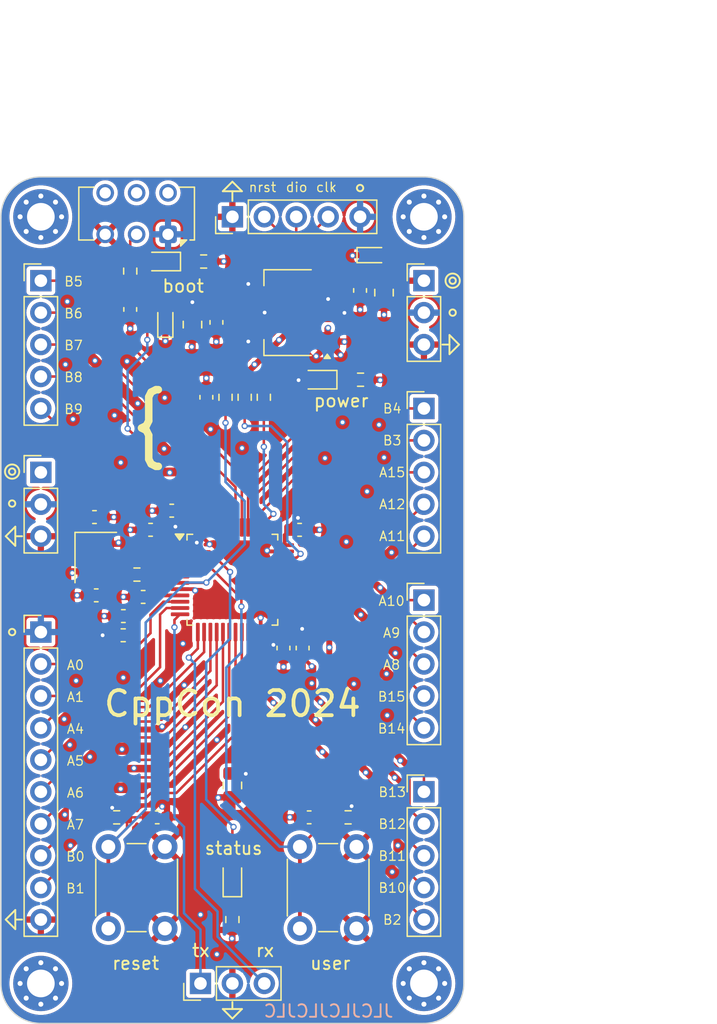
<source format=kicad_pcb>
(kicad_pcb (version 20221018) (generator pcbnew)
  (layers (0 "F.Cu" signal) (1 "In1.Cu" signal) (2 "In2.Cu" signal) (31 "B.Cu" signal) (34 "B.Paste" user) (35 "F.Paste" user) (36 "B.SilkS" user "B.Silkscreen") (37 "F.SilkS" user "F.Silkscreen") (38 "B.Mask" user) (39 "F.Mask" user) (44 "Edge.Cuts" user))
  (net 0 "")
  (net 1 "NRST")
  (net 2 "GND")
  (net 3 "USER_BTN")
  (net 4 "+5V")
  (net 5 "+3V3")
  (net 6 "+3.3VA")
  (net 7 "BOOT")
  (net 8 "HSE_IN")
  (net 9 "Net-(C12-Pad1)")
  (net 10 "Net-(D1-K)")
  (net 11 "Net-(D2-K)")
  (net 12 "STATUS_LED")
  (net 13 "Net-(D5-K)")
  (net 14 "Net-(D5-A)")
  (net 19 "Net-(J1-Pin_2)")
  (net 20 "Net-(J1-Pin_3)")
  (net 21 "Net-(J1-Pin_4)")
  (net 22 "USART1_TX")
  (net 23 "USART1_RX")
  (net 24 "PA0")
  (net 25 "PA1")
  (net 26 "PA4")
  (net 27 "PA5")
  (net 28 "PA6")
  (net 29 "PA7")
  (net 30 "PB0")
  (net 31 "PB1")
  (net 32 "PA8")
  (net 33 "PA9")
  (net 34 "PA10")
  (net 35 "PA11")
  (net 36 "PA12")
  (net 37 "PA15")
  (net 38 "PB2")
  (net 39 "PB3")
  (net 40 "PB4")
  (net 41 "PB5")
  (net 42 "PB6")
  (net 43 "PB7")
  (net 44 "PB8")
  (net 45 "PB9")
  (net 46 "PB10")
  (net 47 "PB11")
  (net 48 "PB12")
  (net 49 "PB13")
  (net 50 "PB14")
  (net 51 "PB15")
  (net 52 "SWCLK")
  (net 53 "SWDIO")
  (net 54 "HSE_OUT")
  (footprint "Resistor_SMD:R_0603_1608Metric" (layer "F.Cu") (at 148.691 127.762)
    (fp_text reference "R4" hide)
    (fp_text value "10k" hide)
  )
  (footprint "Connector_PinHeader_2.54mm:PinHeader_1x03_P2.54mm_Vertical" (layer "F.Cu") (at 124.244 100.33)
    (fp_text reference "J8" hide)
    (fp_text value "power_0" hide)
  )
  (footprint "Connector_PinHeader_2.54mm:PinHeader_1x03_P2.54mm_Vertical" (layer "F.Cu") (at 136.944 140.97 90)
    (fp_text reference "J2" hide)
    (fp_text value "serial" hide)
  )
  (footprint "Capacitor_SMD:C_0805_2012Metric" (layer "F.Cu") (at 151.549 86.04 -90)
    (fp_text reference "C3" hide)
    (fp_text value "10u" hide)
  )
  (footprint "Capacitor_SMD:C_0603_1608Metric" (layer "F.Cu") (at 128.651 110.109 180)
    (fp_text reference "C12" hide)
    (fp_text value "12p" hide)
  )
  (footprint "MountingHole:MountingHole_2.2mm_M2_Pad_Via" (layer "F.Cu") (at 154.724 80.01)
    (fp_text reference "H1" hide)
    (fp_text value "MountingHole_Pad" hide)
  )
  (footprint "Connector_PinHeader_2.54mm:PinHeader_1x10_P2.54mm_Vertical" (layer "F.Cu") (at 124.244 113.03)
    (fp_text reference "J3" hide)
    (fp_text value "analog" hide)
  )
  (footprint "Capacitor_SMD:C_0603_1608Metric" (layer "F.Cu") (at 128.511 103.886)
    (fp_text reference "C11" hide)
    (fp_text value "12p" hide)
  )
  (footprint "Capacitor_SMD:C_0603_1608Metric" (layer "F.Cu") (at 144.831 104.902)
    (fp_text reference "C17" hide)
    (fp_text value "100n" hide)
  )
  (footprint "Resistor_SMD:R_0603_1608Metric" (layer "F.Cu") (at 130.277 127.762)
    (fp_text reference "R1" hide)
    (fp_text value "10k" hide)
  )
  (footprint "Capacitor_SMD:C_0603_1608Metric" (layer "F.Cu") (at 137.414 94.361 90)
    (fp_text reference "C7" hide)
    (fp_text value "100n" hide)
  )
  (footprint "MountingHole:MountingHole_2.2mm_M2_Pad_Via" (layer "F.Cu") (at 124.244 80.01)
    (fp_text reference "H2" hide)
    (fp_text value "MountingHole_Pad" hide)
  )
  (footprint "Connector_PinHeader_2.54mm:PinHeader_1x05_P2.54mm_Vertical" (layer "F.Cu") (at 154.724 110.49)
    (fp_text reference "J4" hide)
    (fp_text value "digital_0" hide)
  )
  (footprint "Package_TO_SOT_SMD:SOT-223-3_TabPin2" (layer "F.Cu") (at 143.904 87.63 180)
    (fp_text reference "U2" hide)
    (fp_text value "AMS1117-3.3" hide)
  )
  (footprint "Capacitor_SMD:C_0603_1608Metric" (layer "F.Cu") (at 130.81 111.76 180)
    (fp_text reference "C8" hide)
    (fp_text value "1u" hide)
  )
  (footprint "Connector_PinHeader_2.54mm:PinHeader_1x03_P2.54mm_Vertical" (layer "F.Cu") (at 154.724 85.09)
    (fp_text reference "J9" hide)
    (fp_text value "power_1" hide)
  )
  (footprint "LED_SMD:LED_0603_1608Metric" (layer "F.Cu") (at 133.8705 83.566 180)
    (fp_text reference "D5" hide)
    (fp_text value "LED_green" hide)
  )
  (footprint "Diode_SMD:D_SOD-523" (layer "F.Cu") (at 134.15 88.33 90)
    (fp_text reference "D4" hide)
    (fp_text value "D_TVS_3V3" hide)
  )
  (footprint "Capacitor_SMD:C_0805_2012Metric" (layer "F.Cu") (at 139.484 125.222 -90)
    (fp_text reference "C18" hide)
    (fp_text value "10u" hide)
  )
  (footprint "LED_SMD:LED_0603_1608Metric" (layer "F.Cu") (at 139.484 132.588 90)
    (fp_text reference "D2" hide)
    (fp_text value "LED_blue" hide)
  )
  (footprint "Capacitor_SMD:C_0603_1608Metric" (layer "F.Cu") (at 145.072 114.3 -90)
    (fp_text reference "C13" hide)
    (fp_text value "4u7" hide)
  )
  (footprint "Resistor_SMD:R_0603_1608Metric" (layer "F.Cu") (at 141.986 94.361 90)
    (fp_text reference "R5" hide)
    (fp_text value "22" hide)
  )
  (footprint "Capacitor_SMD:C_0603_1608Metric" (layer "F.Cu") (at 134.658 103.378 180)
    (fp_text reference "C15" hide)
    (fp_text value "100n" hide)
  )
  (footprint "Button_Switch_THT:SW_PUSH_6mm" (layer "F.Cu") (at 129.614 136.6 90)
    (fp_text reference "SW1" hide)
    (fp_text value "reset_btn" hide)
  )
  (footprint "Connector_PinHeader_2.54mm:PinHeader_1x05_P2.54mm_Vertical" (layer "F.Cu") (at 139.484 80.01 90)
    (fp_text reference "J1" hide)
    (fp_text value "SWD" hide)
  )
  (footprint "MountingHole:MountingHole_2.2mm_M2_Pad_Via" (layer "F.Cu") (at 124.244 140.97)
    (fp_text reference "H4" hide)
    (fp_text value "MountingHole_Pad" hide)
  )
  (footprint "Capacitor_SMD:C_0603_1608Metric" (layer "F.Cu") (at 145.593 127.762 180)
    (fp_text reference "C2" hide)
    (fp_text value "100n" hide)
  )
  (footprint "Inductor_SMD:L_0603_1608Metric" (layer "F.Cu") (at 130.7975 113.284)
    (fp_text reference "L1" hide)
    (fp_text value "39n" hide)
  )
  (footprint "Button_Switch_THT:SW_CK_JS202011AQN_DPDT_Angled" (layer "F.Cu") (at 134.364 81.405 180)
    (fp_text reference "SW3" hide)
    (fp_text value "SW_SPDT" hide)
  )
  (footprint "Capacitor_SMD:C_0603_1608Metric" (layer "F.Cu") (at 132.975 104.9 180)
    (fp_text reference "C14" hide)
    (fp_text value "100n" hide)
  )
  (footprint "Resistor_SMD:R_0603_1608Metric" (layer "F.Cu") (at 140.462 94.361 90)
    (fp_text reference "R6" hide)
    (fp_text value "22" hide)
  )
  (footprint "Resistor_SMD:R_0603_1608Metric" (layer "F.Cu") (at 131.889 108.458 180)
    (fp_text reference "R10" hide)
    (fp_text value "47" hide)
  )
  (footprint "Resistor_SMD:R_0603_1608Metric" (layer "F.Cu") (at 149.6815 92.964)
    (fp_text reference "R2" hide)
    (fp_text value "2k" hide)
  )
  (footprint "Connector_PinHeader_2.54mm:PinHeader_1x05_P2.54mm_Vertical" (layer "F.Cu") (at 124.244 85.09)
    (fp_text reference "J7" hide)
    (fp_text value "digital_3" hide)
  )
  (footprint "Package_QFP:LQFP-48_7x7mm_P0.5mm" (layer "F.Cu") (at 139.484 108.8675)
    (fp_text reference "U1" hide)
    (fp_text value "STM32F030CCTx" hide)
  )
  (footprint "Resistor_SMD:R_0603_1608Metric" (layer "F.Cu") (at 137.198 83.566 180)
    (fp_text reference "R8" hide)
    (fp_text value "2.4k" hide)
  )
  (footprint "Resistor_SMD:R_0603_1608Metric" (layer "F.Cu") (at 138.938 94.361 90)
    (fp_text reference "R7" hide)
    (fp_text value "22" hide)
  )
  (footprint "Button_Switch_THT:SW_PUSH_6mm" (layer "F.Cu") (at 144.854 136.6 90)
    (fp_text reference "SW2" hide)
    (fp_text value "user_btn" hide)
  )
  (footprint "Capacitor_SMD:C_0805_2012Metric" (layer "F.Cu") (at 136.309 88.58 -90)
    (fp_text reference "C5" hide)
    (fp_text value "10u" hide)
  )
  (footprint "Crystal:Crystal_SMD_3225-4Pin_3.2x2.5mm" (layer "F.Cu") (at 128.612 107.104 -90)
    (fp_text reference "Y1" hide)
    (fp_text value "crystal" hide)
  )
  (footprint "LED_SMD:LED_0603_1608Metric" (layer "F.Cu") (at 146.3165 92.964 180)
    (fp_text reference "D1" hide)
    (fp_text value "LED_green" hide)
  )
  (footprint "Connector_PinHeader_2.54mm:PinHeader_1x05_P2.54mm_Vertical" (layer "F.Cu") (at 154.724 95.25)
    (fp_text reference "J5" hide)
    (fp_text value "digital_1" hide)
  )
  (footprint "Resistor_SMD:R_0603_1608Metric" (layer "F.Cu") (at 139.484 135.89 -90)
    (fp_text reference "R3" hide)
    (fp_text value "2k" hide)
  )
  (footprint "Capacitor_SMD:C_0603_1608Metric" (layer "F.Cu") (at 138.214 88.405 -90)
    (fp_text reference "C6" hide)
    (fp_text value "1u" hide)
  )
  (footprint "Capacitor_SMD:C_0603_1608Metric" (layer "F.Cu") (at 132.385 110.236 180)
    (fp_text reference "C9" hide)
    (fp_text value "10n" hide)
  )
  (footprint "Capacitor_SMD:C_0603_1608Metric" (layer "F.Cu") (at 133.503 127.762)
    (fp_text reference "C1" hide)
    (fp_text value "100n" hide)
  )
  (footprint "Capacitor_SMD:C_0603_1608Metric" (layer "F.Cu") (at 143.548 114.3 -90)
    (fp_text reference "C16" hide)
    (fp_text value "100n" hide)
  )
  (footprint "Capacitor_SMD:C_0603_1608Metric" (layer "F.Cu") (at 149.644 85.865 -90)
    (fp_text reference "C4" hide)
    (fp_text value "1u" hide)
  )
  (footprint "Resistor_SMD:R_0603_1608Metric" (layer "F.Cu") (at 131.356 84.328 90)
    (fp_text reference "R9" hide)
    (fp_text value "10k" hide)
  )
  (footprint "Connector_PinHeader_2.54mm:PinHeader_1x05_P2.54mm_Vertical" (layer "F.Cu") (at 154.724 125.73)
    (fp_text reference "J6" hide)
    (fp_text value "digital_2" hide)
  )
  (footprint "Capacitor_SMD:C_0603_1608Metric" (layer "F.Cu") (at 131.356 87.376 -90)
    (fp_text reference "C10" hide)
    (fp_text value "100n" hide)
  )
  (footprint "Diode_SMD:D_SOD-523" (layer "F.Cu") (at 150.66 83.058)
    (fp_text reference "D3" hide)
    (fp_text value "D_TVS_5V" hide)
  )
  (footprint "MountingHole:MountingHole_2.2mm_M2_Pad_Via" (layer "F.Cu") (at 154.724 140.97)
    (fp_text reference "H3" hide)
    (fp_text value "MountingHole_Pad" hide)
  )
  (gr_circle (center 157.01 85.09) (end 157.518 85.344) (stroke (width 0.15)) (fill none) (layer "F.SilkS"))
  (gr_line (start 156.756 90.932) (end 157.518 90.17) (stroke (width 0.15)) (layer "F.SilkS"))
  (gr_line (start 140.246 77.978) (end 139.484 77.216) (stroke (width 0.15)) (layer "F.SilkS"))
  (gr_line (start 122.212 105.41) (end 122.212 104.648) (stroke (width 0.15)) (layer "F.SilkS"))
  (gr_line (start 122.75 135.89) (end 122.212 135.89) (stroke (width 0.15)) (layer "F.SilkS"))
  (gr_line (start 139.484 142.45) (end 139.484 143.002) (stroke (width 0.15)) (layer "F.SilkS"))
  (gr_line (start 156.2 90.17) (end 156.756 90.17) (stroke (width 0.15)) (layer "F.SilkS"))
  (gr_line (start 122.212 104.648) (end 121.45 105.41) (stroke (width 0.15)) (layer "F.SilkS"))
  (gr_line (start 121.45 105.41) (end 122.212 106.172) (stroke (width 0.15)) (layer "F.SilkS"))
  (gr_line (start 138.722 77.978) (end 139.484 77.978) (stroke (width 0.15)) (layer "F.SilkS"))
  (gr_circle (center 149.644 77.724) (end 149.898 77.724) (stroke (width 0.15)) (fill none) (layer "F.SilkS"))
  (gr_line (start 139.484 77.216) (end 138.722 77.978) (stroke (width 0.15)) (layer "F.SilkS"))
  (gr_line (start 139.484 77.978) (end 140.246 77.978) (stroke (width 0.15)) (layer "F.SilkS"))
  (gr_line (start 138.722 143.002) (end 139.484 143.764) (stroke (width 0.15)) (layer "F.SilkS"))
  (gr_circle (center 157.01 85.09) (end 157.264 85.09) (stroke (width 0.15)) (fill none) (layer "F.SilkS"))
  (gr_line (start 157.518 90.17) (end 156.756 89.408) (stroke (width 0.15)) (layer "F.SilkS"))
  (gr_line (start 140.246 143.002) (end 139.484 143.002) (stroke (width 0.15)) (layer "F.SilkS"))
  (gr_circle (center 121.958 113.03) (end 122.212 113.03) (stroke (width 0.15)) (fill none) (layer "F.SilkS"))
  (gr_circle (center 157.01 87.63) (end 157.264 87.63) (stroke (width 0.15)) (fill none) (layer "F.SilkS"))
  (gr_line (start 139.484 143.002) (end 138.722 143.002) (stroke (width 0.15)) (layer "F.SilkS"))
  (gr_circle (center 121.958 100.270039) (end 122.466 100.524039) (stroke (width 0.15)) (fill none) (layer "F.SilkS"))
  (gr_line (start 139.484 78.74) (end 139.484 77.978) (stroke (width 0.15)) (layer "F.SilkS"))
  (gr_line (start 156.756 89.408) (end 156.756 90.17) (stroke (width 0.15)) (layer "F.SilkS"))
  (gr_line (start 122.212 136.652) (end 122.212 135.89) (stroke (width 0.15)) (layer "F.SilkS"))
  (gr_line (start 156.756 90.17) (end 156.756 90.932) (stroke (width 0.15)) (layer "F.SilkS"))
  (gr_line (start 122.212 106.172) (end 122.212 105.41) (stroke (width 0.15)) (layer "F.SilkS"))
  (gr_circle (center 121.958 100.270039) (end 122.212 100.270039) (stroke (width 0.15)) (fill none) (layer "F.SilkS"))
  (gr_line (start 122.212 135.128) (end 121.45 135.89) (stroke (width 0.15)) (layer "F.SilkS"))
  (gr_circle (center 121.958 102.810039) (end 122.212 102.810039) (stroke (width 0.15)) (fill none) (layer "F.SilkS"))
  (gr_line (start 122.212 135.89) (end 122.212 135.128) (stroke (width 0.15)) (layer "F.SilkS"))
  (gr_line (start 121.45 135.89) (end 122.212 136.652) (stroke (width 0.15)) (layer "F.SilkS"))
  (gr_line (start 122.75 105.41) (end 122.212 105.41) (stroke (width 0.15)) (layer "F.SilkS"))
  (gr_line (start 139.484 143.764) (end 140.246 143.002) (stroke (width 0.15)) (layer "F.SilkS"))
  (gr_arc (start 121.069 80.01) (mid 121.998936 77.764936) (end 124.244 76.835) (stroke (width 0.1)) (layer "Edge.Cuts"))
  (gr_line (start 154.724 144.145) (end 124.244 144.145) (stroke (width 0.1)) (layer "Edge.Cuts"))
  (gr_line (start 157.899 80.01) (end 157.899 140.97) (stroke (width 0.1)) (layer "Edge.Cuts"))
  (gr_arc (start 124.244 144.145) (mid 121.998936 143.215064) (end 121.069 140.97) (stroke (width 0.1)) (layer "Edge.Cuts"))
  (gr_line (start 121.069 140.97) (end 121.069 80.01) (stroke (width 0.1)) (layer "Edge.Cuts"))
  (gr_arc (start 154.724 76.835) (mid 156.969064 77.764936) (end 157.899 80.01) (stroke (width 0.1)) (layer "Edge.Cuts"))
  (gr_arc (start 157.899 140.97) (mid 156.969064 143.215064) (end 154.724 144.145) (stroke (width 0.1)) (layer "Edge.Cuts"))
  (gr_line (start 124.244 76.835) (end 154.724 76.835) (stroke (width 0.1)) (layer "Edge.Cuts"))
  (gr_text "JLCJLCJLCJLC" (at 152.375 143.75) (layer "B.SilkS") (effects (font (size 1 1)) (justify left bottom mirror)))
  (gr_text "A6" (at 126.25 126.25) (layer "F.SilkS") (effects (font (size 0.75 0.75) (thickness 0.1)) (justify left bottom)))
  (gr_text "A10" (at 151.05 111) (layer "F.SilkS") (effects (font (size 0.75 0.75) (thickness 0.1)) (justify left bottom)))
  (gr_text "B6" (at 126.05 88.1375) (layer "F.SilkS") (effects (font (size 0.75 0.75) (thickness 0.1)) (justify left bottom)))
  (gr_text "B9" (at 126.05 95.75) (layer "F.SilkS") (effects (font (size 0.75 0.75) (thickness 0.1)) (justify left bottom)))
  (gr_text "B7" (at 126.05 90.675) (layer "F.SilkS") (effects (font (size 0.75 0.75) (thickness 0.1)) (justify left bottom)))
  (gr_text "A8" (at 151.407143 116.075) (layer "F.SilkS") (effects (font (size 0.75 0.75) (thickness 0.1)) (justify left bottom)))
  (gr_text "status" (at 137.198 130.81) (layer "F.SilkS") (effects (font (size 1 1)) (justify left bottom)))
  (gr_text "A11" (at 151.1 105.85) (layer "F.SilkS") (effects (font (size 0.75 0.75) (thickness 0.1)) (justify left bottom)))
  (gr_text "B8" (at 126.05 93.2125) (layer "F.SilkS") (effects (font (size 0.75 0.75) (thickness 0.1)) (justify left bottom)))
  (gr_text "nrst" (at 140.725 78.1) (layer "F.SilkS") (effects (font (size 0.75 0.75) (thickness 0.1)) (justify left bottom)))
  (gr_text "rx" (at 141.262 138.938) (layer "F.SilkS") (effects (font (size 1 1)) (justify left bottom)))
  (gr_text "B0" (at 126.196428 131.3225) (layer "F.SilkS") (effects (font (size 0.75 0.75) (thickness 0.1)) (justify left bottom)))
  (gr_text "B13" (at 151.05 126.2) (layer "F.SilkS") (effects (font (size 0.75 0.75) (thickness 0.1)) (justify left bottom)))
  (gr_text "B1" (at 126.196428 133.86) (layer "F.SilkS") (effects (font (size 0.75 0.75) (thickness 0.1)) (justify left bottom)))
  (gr_text "reset" (at 129.832 139.954) (layer "F.SilkS") (effects (font (size 1 1)) (justify left bottom)))
  (gr_text "power" (at 145.875 95.225) (layer "F.SilkS") (effects (font (size 1 1)) (justify left bottom)))
  (gr_text "B5" (at 126.05 85.6) (layer "F.SilkS") (effects (font (size 0.75 0.75) (thickness 0.1)) (justify left bottom)))
  (gr_text "user" (at 145.58 139.954) (layer "F.SilkS") (effects (font (size 1 1)) (justify left bottom)))
  (gr_text "B11" (at 151.05 131.275) (layer "F.SilkS") (effects (font (size 0.75 0.75) (thickness 0.1)) (justify left bottom)))
  (gr_text "B2" (at 151.407143 136.35) (layer "F.SilkS") (effects (font (size 0.75 0.75) (thickness 0.1)) (justify left bottom)))
  (gr_text "B14" (at 150.996428 121.15) (layer "F.SilkS") (effects (font (size 0.75 0.75) (thickness 0.1)) (justify left bottom)))
  (gr_text "B10" (at 151.05 133.8125) (layer "F.SilkS") (effects (font (size 0.75 0.75) (thickness 0.1)) (justify left bottom)))
  (gr_text "boot" (at 133.825 86.106) (layer "F.SilkS") (effects (font (size 1 1)) (justify left bottom)))
  (gr_text "B12" (at 151.05 128.7375) (layer "F.SilkS") (effects (font (size 0.75 0.75) (thickness 0.1)) (justify left bottom)))
  (gr_text "A15" (at 151.1 100.775) (layer "F.SilkS") (effects (font (size 0.75 0.75) (thickness 0.1)) (justify left bottom)))
  (gr_text "A0" (at 126.25 116.1) (layer "F.SilkS") (effects (font (size 0.75 0.75) (thickness 0.1)) (justify left bottom)))
  (gr_text "{" (at 131.1 98.85) (layer "F.SilkS") (effects (font (size 4 4) (thickness 0.6)) (justify left bottom)))
  (gr_text "B3" (at 151.403571 98.2375) (layer "F.SilkS") (effects (font (size 0.75 0.75) (thickness 0.1)) (justify left bottom)))
  (gr_text "A5" (at 126.25 123.7125) (layer "F.SilkS") (effects (font (size 0.75 0.75) (thickness 0.1)) (justify left bottom)))
  (gr_text "A1" (at 126.25 118.6375) (layer "F.SilkS") (effects (font (size 0.75 0.75) (thickness 0.1)) (justify left bottom)))
  (gr_text "A9" (at 151.407143 113.5375) (layer "F.SilkS") (effects (font (size 0.75 0.75) (thickness 0.1)) (justify left bottom)))
  (gr_text "A4" (at 126.25 121.175) (layer "F.SilkS") (effects (font (size 0.75 0.75) (thickness 0.1)) (justify left bottom)))
  (gr_text "B4" (at 151.403571 95.7) (layer "F.SilkS") (effects (font (size 0.75 0.75) (thickness 0.1)) (justify left bottom)))
  (gr_text "A12" (at 151.1 103.3125) (layer "F.SilkS") (effects (font (size 0.75 0.75) (thickness 0.1)) (justify left bottom)))
  (gr_text "A7" (at 126.25 128.785) (layer "F.SilkS") (effects (font (size 0.75 0.75) (thickness 0.1)) (justify left bottom)))
  (gr_text "B15" (at 150.996428 118.6125) (layer "F.SilkS") (effects (font (size 0.75 0.75) (thickness 0.1)) (justify left bottom)))
  (gr_text "CppCon 2024" (at 129.1 119.9) (layer "F.SilkS") (effects (font (size 2 2) (thickness 0.3)) (justify left bottom)))
  (gr_text "tx" (at 136.182 138.938) (layer "F.SilkS") (effects (font (size 1 1)) (justify left bottom)))
  (gr_text "dio" (at 143.675 78.1) (layer "F.SilkS") (effects (font (size 0.75 0.75) (thickness 0.1)) (justify left bottom)))
  (gr_text "clk" (at 146.075 78.1) (layer "F.SilkS") (effects (font (size 0.75 0.75) (thickness 0.1)) (justify left bottom)))
  (segment (start 129.614 136.6) (end 129.614 130.1) (width 0.3) (layer "F.Cu") (net 1))
  (segment (start 137.414 109.093) (end 137.3895 109.1175) (width 0.2) (layer "F.Cu") (net 1))
  (segment (start 131.102 127.762) (end 132.728 127.762) (width 0.2) (layer "F.Cu") (net 1))
  (segment (start 138.938 95.186) (end 137.464 95.186) (width 0.2) (layer "F.Cu") (net 1))
  (segment (start 131.102 128.612) (end 129.614 130.1) (width 0.2) (layer "F.Cu") (net 1))
  (segment (start 137.3895 109.1175) (end 135.3215 109.1175) (width 0.2) (layer "F.Cu") (net 1))
  (segment (start 138.938 95.186) (end 138.938 96.393) (width 0.2) (layer "F.Cu") (net 1))
  (segment (start 137.464 95.186) (end 137.414 95.136) (width 0.2) (layer "F.Cu") (net 1))
  (segment (start 131.102 127.762) (end 131.102 128.612) (width 0.2) (layer "F.Cu") (net 1))
  (via (at 137.414 109.093) (size 0.5) (drill 0.3) (layers "F.Cu" "B.Cu") (net 1))
  (via (at 138.938 96.393) (size 0.5) (drill 0.3) (layers "F.Cu" "B.Cu") (net 1))
  (segment (start 135.763 109.093) (end 137.414 109.093) (width 0.2) (layer "B.Cu") (net 1))
  (segment (start 140.462 102.616) (end 138.938 101.092) (width 0.2) (layer "B.Cu") (net 1))
  (segment (start 132.588 112.268) (end 135.763 109.093) (width 0.2) (layer "B.Cu") (net 1))
  (segment (start 137.414 109.093) (end 140.462 106.045) (width 0.2) (layer "B.Cu") (net 1))
  (segment (start 129.614 130.1) (end 132.588 127.126) (width 0.2) (layer "B.Cu") (net 1))
  (segment (start 138.938 101.092) (end 138.938 96.393) (width 0.2) (layer "B.Cu") (net 1))
  (segment (start 132.588 127.126) (end 132.588 112.268) (width 0.2) (layer "B.Cu") (net 1))
  (segment (start 140.462 106.045) (end 140.462 102.616) (width 0.2) (layer "B.Cu") (net 1))
  (segment (start 147.054 89.93) (end 148.38 89.93) (width 0.5) (layer "F.Cu") (net 2))
  (segment (start 149.644 86.64) (end 149.644 87.394) (width 0.5) (layer "F.Cu") (net 2))
  (segment (start 145.606 104.902) (end 146.431 104.902) (width 0.3) (layer "F.Cu") (net 2))
  (segment (start 147.054 90.196) (end 146.15 91.1) (width 0.5) (layer "F.Cu") (net 2))
  (segment (start 142.3045 106.6175) (end 142.24 106.553) (width 0.3) (layer "F.Cu") (net 2))
  (segment (start 138.023 83.566) (end 138.784 83.566) (width 0.2) (layer "F.Cu") (net 2))
  (segment (start 147.054 89.954) (end 148.1 91) (width 0.5) (layer "F.Cu") (net 2))
  (segment (start 151.214 92.964) (end 151.25 93) (width 0.2) (layer "F.Cu") (net 2))
  (segment (start 136.309 89.53) (end 136.309 90.291) (width 0.5) (layer "F.Cu") (net 2))
  (segment (start 129.462 106.004) (end 130.343 106.004) (width 0.3) (layer "F.Cu") (net 2))
  (segment (start 136.4145 109.6175) (end 136.525 109.728) (width 0.3) (layer "F.Cu") (net 2))
  (segment (start 138.378 126.172) (end 138.35 126.2) (width 0.5) (layer "F.Cu") (net 2))
  (segment (start 134.15 89.03) (end 134.15 89.9) (width 0.3) (layer "F.Cu") (net 2))
  (segment (start 143.548 115.075) (end 143.548 115.798) (width 0.3) (layer "F.Cu") (net 2))
  (segment (start 129.286 103.886) (end 130.048 103.886) (width 0.3) (layer "F.Cu") (net 2))
  (segment (start 131.61 110.236) (end 130.81 110.236) (width 0.3) (layer "F.Cu") (net 2))
  (segment (start 134.278 127.762) (end 134.278 127.278) (width 0.2) (layer "F.Cu") (net 2))
  (segment (start 149.96 83.058) (end 149.092 83.058) (width 0.3) (layer "F.Cu") (net 2))
  (segment (start 147.054 88.896) (end 147.1 88.85) (width 0.5) (layer "F.Cu") (net 2))
  (segment (start 134.278 127.278) (end 133.9 126.9) (width 0.2) (layer "F.Cu") (net 2))
  (segment (start 139.484 126.172) (end 138.378 126.172) (width 0.5) (layer "F.Cu") (net 2))
  (segment (start 127.876 110.109) (end 127.127 110.109) (width 0.3) (layer "F.Cu") (net 2))
  (segment (start 138.784 83.566) (end 138.8 83.55) (width 0.2) (layer "F.Cu") (net 2))
  (segment (start 148.38 89.93) (end 148.4 89.95) (width 0.5) (layer "F.Cu") (net 2))
  (segment (start 137.234 105.611) (end 137.668 106.045) (width 0.3) (layer "F.Cu") (net 2))
  (segment (start 141.734 113.03) (end 141.734 111.889) (width 0.3) (layer "F.Cu") (net 2))
  (segment (start 136.309 90.291) (end 136.25 90.35) (width 0.5) (layer "F.Cu") (net 2))
  (segment (start 139.484 136.715) (end 139.484 137.366) (width 0.2) (layer "F.Cu") (net 2))
  (segment (start 147.054 89.93) (end 147.054 90.196) (width 0.5) (layer "F.Cu") (net 2))
  (segment (start 150.5065 92.964) (end 151.214 92.964) (width 0.2) (layer "F.Cu") (net 2))
  (segment (start 149.092 83.058) (end 149.05 83.1) (width 0.3) (layer "F.Cu") (net 2))
  (segment (start 139.484 137.366) (end 139.45 137.4) (width 0.2) (layer "F.Cu") (net 2))
  (segment (start 141.734 111.889) (end 141.732 111.887) (width 0.3) (layer "F.Cu") (net 2))
  (segment (start 137.414 93.586) (end 137.414 92.837) (width 0.2) (layer "F.Cu") (net 2))
  (segment (start 131.356 88.151) (end 131.356 88.894) (width 0.2) (layer "F.Cu") (net 2))
  (segment (start 145.072 115.075) (end 145.125 115.075) (width 0.3) (layer "F.Cu") (net 2))
  (segment (start 143.548 115.798) (end 143.55 115.8) (width 0.3) (layer "F.Cu") (net 2))
  (segment (start 138.214 89.18) (end 138.214 89.936) (width 0.5) (layer "F.Cu") (net 2))
  (segment (start 127.762 108.204) (end 126.873 108.204) (width 0.3) (layer "F.Cu") (net 2))
  (segment (start 143.6465 106.6175) (end 142.3045 106.6175) (width 0.3) (layer "F.Cu") (net 2))
  (segment (start 144.806 127.75) (end 144.818 127.762) (width 0.2) (layer "F.Cu") (net 2))
  (segment (start 131.356 88.894) (end 131.35 88.9) (width 0.2) (layer "F.Cu") (net 2))
  (segment (start 133.883 103.378) (end 133.096 103.378) (width 0.3) (layer "F.Cu") (net 2))
  (segment (start 138.214 89.936) (end 138.2 89.95) (width 0.5) (layer "F.Cu") (net 2))
  (segment (start 149.644 87.394) (end 149.65 87.4) (width 0.5) (layer "F.Cu") (net 2))
  (segment (start 151.549 86.99) (end 151.549 87.799) (width 0.5) (layer "F.Cu") (net 2))
  (segment (start 135.3215 109.6175) (end 136.4145 109.6175) (width 0.3) (layer "F.Cu") (net 2))
  (segment (start 126.873 108.204) (end 126.746 108.331) (width 0.3) (layer "F.Cu") (net 2))
  (segment (start 130.343 106.004) (end 130.429 105.918) (width 0.3) (layer "F.Cu") (net 2))
  (segment (start 144.05 127.75) (end 144.806 127.75) (width 0.2) (layer "F.Cu") (net 2))
  (segment (start 132.2 104.9) (end 131.35 104.9) (width 0.3) (layer "F.Cu") (net 2))
  (segment (start 137.234 104.705) (end 137.234 105.611) (width 0.3) (layer "F.Cu") (net 2))
  (segment (start 151.549 87.799) (end 151.55 87.8) (width 0.5) (layer "F.Cu") (net 2))
  (segment (start 147.054 89.93) (end 147.054 88.896) (width 0.5) (layer "F.Cu") (net 2))
  (segment (start 145.125 115.075) (end 145.8 115.75) (width 0.3) (layer "F.Cu") (net 2))
  (segment (start 130.035 111.76) (end 129.286 111.76) (width 0.3) (layer "F.Cu") (net 2))
  (segment (start 147.054 89.93) (end 147.054 89.954) (width 0.5) (layer "F.Cu") (net 2))
  (via (at 151.55 87.8) (size 0.5) (drill 0.3) (layers "F.Cu" "B.Cu") (net 2))
  (via (at 142.75 118.65) (size 0.5) (drill 0.3) (layers "F.Cu" "B.Cu") (net 2))
  (via (at 126.746 108.331) (size 0.5) (drill 0.3) (layers "F.Cu" "B.Cu") (net 2))
  (via (at 130.1 95.8) (size 0.5) (drill 0.3) (layers "F.Cu" "B.Cu") (net 2))
  (via (at 129.286 111.76) (size 0.5) (drill 0.3) (layers "F.Cu" "B.Cu") (net 2))
  (via (at 136.95 135.5) (size 0.5) (drill 0.3) (layers "F.Cu" "B.Cu") (net 2))
  (via (at 148.25 96.35) (size 0.5) (drill 0.3) (layers "F.Cu" "B.Cu") (net 2))
  (via (at 130.429 105.918) (size 0.5) (drill 0.3) (layers "F.Cu" "B.Cu") (net 2))
  (via (at 149.15 117.15) (size 0.5) (drill 0.3) (layers "F.Cu" "B.Cu") (net 2))
  (via (at 152.4 124.6) (size 0.5) (drill 0.3) (layers "F.Cu" "B.Cu") (net 2))
  (via (at 148.4 89.95) (size 0.5) (drill 0.3) (layers "F.Cu" "B.Cu") (net 2))
  (via (at 134.05 98.45) (size 0.5) (drill 0.3) (layers "F.Cu" "B.Cu") (net 2))
  (via (at 126.55 122) (size 0.5) (drill 0.3) (layers "F.Cu" "B.Cu") (net 2))
  (via (at 130.81 110.236) (size 0.5) (drill 0.3) (layers "F.Cu" "B.Cu") (net 2))
  (via (at 138.35 126.2) (size 0.5) (drill 0.3) (layers "F.Cu" "B.Cu") (net 2))
  (via (at 135.55 113.95) (size 0.5) (drill 0.3) (layers "F.Cu" "B.Cu") (net 2))
  (via (at 152.2 132.1) (size 0.5) (drill 0.3) (layers "F.Cu" "B.Cu") (net 2))
  (via (at 128.55 91.45) (size 0.5) (drill 0.3) (layers "F.Cu" "B.Cu") (net 2))
  (via (at 138.2 89.95) (size 0.5) (drill 0.3) (layers "F.Cu" "B.Cu") (net 2))
  (via (at 126.35 86.75) (size 0.5) (drill 0.3) (layers "F.Cu" "B.Cu") (net 2))
  (via (at 138.25 121.6) (size 0.5) (drill 0.3) (layers "F.Cu" "B.Cu") (net 2))
  (via (at 144.05 127.75) (size 0.5) (drill 0.3) (layers "F.Cu" "B.Cu") (net 2))
  (via (at 141.732 111.887) (size 0.5) (drill 0.3) (layers "F.Cu" "B.Cu") (net 2))
  (via (at 146.431 104.902) (size 0.5) (drill 0.3) (layers "F.Cu" "B.Cu") (net 2))
  (via (at 126.1 119.95) (size 0.5) (drill 0.3) (layers "F.Cu" "B.Cu") (net 2))
  (via (at 151.15 96.55) (size 0.5) (drill 0.3) (layers "F.Cu" "B.Cu") (net 2))
  (via (at 126.2 91.75) (size 0.5) (drill 0.3) (layers "F.Cu" "B.Cu") (net 2))
  (via (at 137.414 92.837) (size 0.5) (drill 0.3) (layers "F.Cu" "B.Cu") (net 2))
  (via (at 126.8 96.1) (size 0.5) (drill 0.3) (layers "F.Cu" "B.Cu") (net 2))
  (via (at 139.45 137.4) (size 0.5) (drill 0.3) (layers "F.Cu" "B.Cu") (net 2))
  (via (at 152.85 123.25) (size 0.5) (drill 0.3) (layers "F.Cu" "B.Cu") (net 2))
  (via (at 133.9 120.55) (size 0.5) (drill 0.3) (layers "F.Cu" "B.Cu") (net 2))
  (via (at 148.1 91) (size 0.5) (drill 0.3) (layers "F.Cu" "B.Cu") (net 2))
  (via (at 143.2 89.8) (size 0.5) (drill 0.3) (layers "F.Cu" "B.Cu") (net 2))
  (via (at 131.35 104.9) (size 0.5) (drill 0.3) (layers "F.Cu" "B.Cu") (net 2))
  (via (at 131.65 123.85) (size 0.5) (drill 0.3) (layers "F.Cu" "B.Cu") (net 2))
  (via (at 152.65 130) (size 0.5) (drill 0.3) (layers "F.Cu" "B.Cu") (net 2))
  (via (at 137.75 96.9) (size 0.5) (drill 0.3) (layers "F.Cu" "B.Cu") (net 2))
  (via (at 134.15 89.9) (size 0.5) (drill 0.3) (layers "F.Cu" "B.Cu") (net 2))
  (via (at 135.65 117.25) (size 0.5) (drill 0.3) (layers "F.Cu" "B.Cu") (net 2))
  (via (at 127.127 110.109) (size 0.5) (drill 0.3) (layers "F.Cu" "B.Cu") (net 2))
  (via (at 143.55 115.8) (size 0.5) (drill 0.3) (layers "F.Cu" "B.Cu") (net 2))
  (via (at 136.525 109.728) (size 0.5) (drill 0.3) (layers "F.Cu" "B.Cu") (net 2))
  (via (at 137.668 106.045) (size 0.5) (drill 0.3) (layers "F.Cu" "B.Cu") (net 2))
  (via (at 145.8 115.75) (size 0.5) (drill 0.3) (layers "F.Cu" "B.Cu") (net 2))
  (via (at 140.25 98.4) (size 0.5) (drill 0.3) (layers "F.Cu" "B.Cu") (net 2))
  (via (at 134.5 100.35) (size 0.5) (drill 0.3) (layers "F.Cu" "B.Cu") (net 2))
  (via (at 126.15 127.55) (size 0.5) (drill 0.3) (layers "F.Cu" "B.Cu") (net 2))
  (via (at 126.6 130) (size 0.5) (drill 0.3) (layers "F.Cu" "B.Cu") (net 2))
  (via (at 146.85 99.2) (size 0.5) (drill 0.3) (layers "F.Cu" "B.Cu") (net 2))
  (via (at 130.7 122.35) (size 0.5) (drill 0.3) (layers "F.Cu" "B.Cu") (net 2))
  (via (at 133.75 116.9) (size 0.5) (drill 0.3) (layers "F.Cu" "B.Cu") (net 2))
  (via (at 131.1 91.5) (size 0.5) (drill 0.3) (layers "F.Cu" "B.Cu") (net 2))
  (via (at 145.8 117.1) (size 0.5) (drill 0.3) (layers "F.Cu" "B.Cu") (net 2))
  (via (at 146.15 91.1) (size 0.5) (drill 0.3) (layers "F.Cu" "B.Cu") (net 2))
  (via (at 146.65 122.55) (size 0.5) (drill 0.3) (layers "F.Cu" "B.Cu") (net 2))
  (via (at 135.75 120.6) (size 0.5) (drill 0.3) (layers "F.Cu" "B.Cu") (net 2))
  (via (at 151.75 116.35) (size 0.5) (drill 0.3) (layers "F.Cu" "B.Cu") (net 2))
  (via (at 146.5 118.6) (size 0.5) (drill 0.3) (layers "F.Cu" "B.Cu") (net 2))
  (via (at 151.25 109.5) (size 0.5) (drill 0.3) (layers "F.Cu" "B.Cu") (net 2))
  (via (at 141.25 91.75) (size 0.5) (drill 0.3) (layers "F.Cu" "B.Cu") (net 2))
  (via (at 149.05 83.1) (size 0.5) (drill 0.3) (layers "F.Cu" "B.Cu") (net 2))
  (via (at 147.1 88.85) (size 0.5) (drill 0.3) (layers "F.Cu" "B.Cu") (net 2))
  (via (at 127.05 116.9) (size 0.5) (drill 0.3) (layers "F.Cu" "B.Cu") (net 2))
  (via (at 147.2 114.25) (size 0.5) (drill 0.3) (layers "F.Cu" "B.Cu") (net 2))
  (via (at 149.65 87.4) (size 0.5) (drill 0.3) (layers "F.Cu" "B.Cu") (net 2))
  (via (at 130.048 103.886) (size 0.5) (drill 0.3) (layers "F.Cu" "B.Cu") (net 2))
  (via (at 138.25 138.65) (size 0.5) (drill 0.3) (layers "F.Cu" "B.Cu") (net 2))
  (via (at 133.096 103.378) (size 0.5) (drill 0.3) (layers "F.Cu" "B.Cu") (net 2))
  (via (at 130.8 116.65) (size 0.5) (drill 0.3) (layers "F.Cu" "B.Cu") (net 2))
  (via (at 131.95 94.85) (size 0.5) (drill 0.3) (layers "F.Cu" "B.Cu") (net 2))
  (via (at 150.1 124.2) (size 0.5) (drill 0.3) (layers "F.Cu" "B.Cu") (net 2))
  (via (at 128.15 122.95) (size 0.5) (drill 0.3) (layers "F.Cu" "B.Cu") (net 2))
  (via (at 150.2 101.85) (size 0.5) (drill 0.3) (layers "F.Cu" "B.Cu") (net 2))
  (via (at 152.15 106.7) (size 0.5) (drill 0.3) (layers "F.Cu" "B.Cu") (net 2))
  (via (at 151.25 93) (size 0.5) (drill 0.3) (layers "F.Cu" "B.Cu") (net 2))
  (via (at 134.1 94.4) (size 0.5) (drill 0.3) (layers "F.Cu" "B.Cu") (net 2))
  (via (at 146.1 120) (size 0.5) (drill 0.3) (layers "F.Cu" "B.Cu") (net 2))
  (via (at 149.7 111.65) (size 0.5) (drill 0.3) (layers "F.Cu" "B.Cu") (net 2))
  (via (at 133.9 126.9) (size 0.5) (drill 0.3) (layers "F.Cu" "B.Cu") (net 2))
  (via (at 142.24 106.553) (size 0.5) (drill 0.3) (layers "F.Cu" "B.Cu") (net 2))
  (via (at 151.8 119.65) (size 0.5) (drill 0.3) (layers "F.Cu" "B.Cu") (net 2))
  (via (at 130.6 99.55) (size 0.5) (drill 0.3) (layers "F.Cu" "B.Cu") (net 2))
  (via (at 131.35 88.9) (size 0.5) (drill 0.3) (layers "F.Cu" "B.Cu") (net 2))
  (via (at 152.45 114.7) (size 0.5) (drill 0.3) (layers "F.Cu" "B.Cu") (net 2))
  (via (at 138.8 83.55) (size 0.5) (drill 0.3) (layers "F.Cu" "B.Cu") (net 2))
  (via (at 130.6 125.5) (size 0.5) (drill 0.3) (layers "F.Cu" "B.Cu") (net 2))
  (via (at 136.25 90.35) (size 0.5) (drill 0.3) (layers "F.Cu" "B.Cu") (net 2))
  (via (at 148.55 105.85) (size 0.5) (drill 0.3) (layers "F.Cu" "B.Cu") (net 2))
  (via (at 151.55 99.15) (size 0.5) (drill 0.3) (layers "F.Cu" "B.Cu") (net 2))
  (segment (start 146.368 128.586) (end 144.854 130.1) (width 0.2) (layer "F.Cu") (net 3))
  (segment (start 146.368 127.762) (end 146.368 128.586) (width 0.2) (layer "F.Cu") (net 3))
  (segment (start 147.866 127.762) (end 146.368 127.762) (width 0.2) (layer "F.Cu") (net 3))
  (segment (start 139.7 109.855) (end 139.827 109.982) (width 0.2) (layer "F.Cu") (net 3))
  (segment (start 136.9625 107.1175) (end 139.319 109.474) (width 0.2) (layer "F.Cu") (net 3))
  (segment (start 135.3215 107.1175) (end 136.9625 107.1175) (width 0.2) (layer "F.Cu") (net 3))
  (segment (start 140.2 110.355) (end 140.2 111) (width 0.2) (layer "F.Cu") (net 3))
  (segment (start 139.827 109.982) (end 140.2 110.355) (width 0.2) (layer "F.Cu") (net 3))
  (segment (start 144.854 136.6) (end 144.854 130.1) (width 0.3) (layer "F.Cu") (net 3))
  (segment (start 139.319 109.474) (end 139.7 109.855) (width 0.2) (layer "F.Cu") (net 3))
  (via (at 140.2 111) (size 0.5) (drill 0.3) (layers "F.Cu" "B.Cu") (net 3))
  (segment (start 139 125.85) (end 139 115.85) (width 0.2) (layer "B.Cu") (net 3))
  (segment (start 140.2 111) (end 140.2 114.65) (width 0.2) (layer "B.Cu") (net 3))
  (segment (start 140.2 114.65) (end 139.775 115.075) (width 0.2) (layer "B.Cu") (net 3))
  (segment (start 143.25 130.1) (end 139 125.85) (width 0.2) (layer "B.Cu") (net 3))
  (segment (start 139 115.85) (end 139.775 115.075) (width 0.2) (layer "B.Cu") (net 3))
  (segment (start 144.854 130.1) (end 143.25 130.1) (width 0.2) (layer "B.Cu") (net 3))
  (segment (start 151.36 84.11) (end 151.549 84.299) (width 0.3) (layer "F.Cu") (net 4))
  (segment (start 148.56 85.09) (end 149.644 85.09) (width 0.5) (layer "F.Cu") (net 4))
  (segment (start 148.32 85.33) (end 148.56 85.09) (width 0.5) (layer "F.Cu") (net 4))
  (segment (start 151.36 83.058) (end 151.36 84.11) (width 0.3) (layer "F.Cu") (net 4))
  (segment (start 151.549 85.09) (end 149.644 85.09) (width 0.5) (layer "F.Cu") (net 4))
  (segment (start 147.054 85.33) (end 148.32 85.33) (width 0.5) (layer "F.Cu") (net 4))
  (segment (start 151.549 84.299) (end 151.549 85.09) (width 0.3) (layer "F.Cu") (net 4))
  (segment (start 154.724 85.09) (end 151.549 85.09) (width 0.5) (layer "F.Cu") (net 4))
  (segment (start 140.754 89.921) (end 140.75 89.925) (width 0.5) (layer "F.Cu") (net 5))
  (segment (start 135.3215 106.1175) (end 136.4525 106.1175) (width 0.3) (layer "F.Cu") (net 5))
  (segment (start 145.072 113.525) (end 145.072 112.814) (width 0.3) (layer "F.Cu") (net 5))
  (segment (start 145.529 92.964) (end 144.786 92.964) (width 0.2) (layer "F.Cu") (net 5))
  (segment (start 145.072 112.814) (end 145.034 112.776) (width 0.3) (layer "F.Cu") (net 5))
  (segment (start 144.056 104.594) (end 144.7 103.95) (width 0.3) (layer "F.Cu") (net 5))
  (segment (start 140.754 87.63) (end 140.754 85.354) (width 0.5) (layer "F.Cu") (net 5))
  (segment (start 144.786 92.964) (end 144.75 93) (width 0.2) (layer "F.Cu") (net 5))
  (segment (start 136.309 86.809) (end 136.3 86.8) (width 0.5) (layer "F.Cu") (net 5))
  (segment (start 140.754 87.63) (end 142.045 87.63) (width 0.5) (layer "F.Cu") (net 5))
  (segment (start 143.6465 106.1175) (end 143.6465 105.3115) (width 0.3) (layer "F.Cu") (net 5))
  (segment (start 139.484 124.272) (end 140.522 124.272) (width 0.5) (layer "F.Cu") (net 5))
  (segment (start 142.234 113.03) (end 143.053 113.03) (width 0.3) (layer "F.Cu") (net 5))
  (segment (start 143.053 113.03) (end 143.548 113.525) (width 0.3) (layer "F.Cu") (net 5))
  (segment (start 147.054 87.63) (end 147.054 86.596) (width 0.5) (layer "F.Cu") (net 5))
  (segment (start 140.754 87.63) (end 140.754 89.921) (width 0.5) (layer "F.Cu") (net 5))
  (segment (start 136.309 87.63) (end 138.214 87.63) (width 0.5) (layer "F.Cu") (net 5))
  (segment (start 148.971 126.873) (end 148.971 127.217) (width 0.2) (layer "F.Cu") (net 5))
  (segment (start 136.309 87.63) (end 134.15 87.63) (width 0.3) (layer "F.Cu") (net 5))
  (segment (start 143.6465 105.3115) (end 144.056 104.902) (width 0.3) (layer "F.Cu") (net 5))
  (segment (start 142.045 87.63) (end 142.05 87.625) (width 0.5) (layer "F.Cu") (net 5))
  (segment (start 148.971 127.217) (end 149.516 127.762) (width 0.2) (layer "F.Cu") (net 5))
  (segment (start 133.75 105.6) (end 134.2675 106.1175) (width 0.3) (layer "F.Cu") (net 5))
  (segment (start 133.75 104.9) (end 133.75 105.6) (width 0.3) (layer "F.Cu") (net 5))
  (segment (start 129.452 127.469) (end 129.921 127) (width 0.2) (layer "F.Cu") (net 5))
  (segment (start 134.2675 106.1175) (end 135.3215 106.1175) (width 0.3) (layer "F.Cu") (net 5))
  (segment (start 136.734 105.836) (end 136.652 105.918) (width 0.3) (layer "F.Cu") (net 5))
  (segment (start 148.38 87.63) (end 148.4 87.65) (width 0.5) (layer "F.Cu") (net 5))
  (segment (start 136.271 103.378) (end 135.433 103.378) (width 0.3) (layer "F.Cu") (net 5))
  (segment (start 140.754 85.354) (end 140.75 85.35) (width 0.5) (layer "F.Cu") (net 5))
  (segment (start 136.309 87.63) (end 136.309 86.809) (width 0.5) (layer "F.Cu") (net 5))
  (segment (start 136.4525 106.1175) (end 136.652 105.918) (width 0.3) (layer "F.Cu") (net 5))
  (segment (start 144.056 104.902) (end 144.056 104.594) (width 0.3) (layer "F.Cu") (net 5))
  (segment (start 133.75 104.9) (end 134.7 104.9) (width 0.3) (layer "F.Cu") (net 5))
  (segment (start 135.433 103.378) (end 135.433 104.167) (width 0.3) (layer "F.Cu") (net 5))
  (segment (start 130.01 113.284) (end 129.159 113.284) (width 0.3) (layer "F.Cu") (net 5))
  (segment (start 129.452 127.762) (end 129.452 127.469) (width 0.2) (layer "F.Cu") (net 5))
  (segment (start 138.214 87.63) (end 140.754 87.63) (width 0.5) (layer "F.Cu") (net 5))
  (segment (start 136.734 104.705) (end 136.734 103.841) (width 0.3) (layer "F.Cu") (net 5))
  (segment (start 134.7 104.9) (end 134.95 104.65) (width 0.3) (layer "F.Cu") (net 5))
  (segment (start 140.522 124.272) (end 140.55 124.3) (width 0.5) (layer "F.Cu") (net 5))
  (segment (start 136.734 103.841) (end 136.271 103.378) (width 0.3) (layer "F.Cu") (net 5))
  (segment (start 143.548 113.525) (end 143.269 113.525) (width 0.3) (layer "F.Cu") (net 5))
  (segment (start 135.433 104.167) (end 134.95 104.65) (width 0.3) (layer "F.Cu") (net 5))
  (segment (start 147.054 87.63) (end 148.38 87.63) (width 0.5) (layer "F.Cu") (net 5))
  (segment (start 136.734 104.705) (end 136.734 105.836) (width 0.3) (layer "F.Cu") (net 5))
  (segment (start 143.269 113.525) (end 142.748 114.046) (width 0.3) (layer "F.Cu") (net 5))
  (segment (start 147.054 86.596) (end 147.1 86.55) (width 0.5) (layer "F.Cu") (net 5))
  (via (at 147.1 86.55) (size 0.5) (drill 0.3) (layers "F.Cu" "B.Cu") (net 5))
  (via (at 136.3 86.8) (size 0.5) (drill 0.3) (layers "F.Cu" "B.Cu") (net 5))
  (via (at 140.75 89.925) (size 0.5) (drill 0.3) (layers "F.Cu" "B.Cu") (net 5))
  (via (at 129.921 127) (size 0.5) (drill 0.3) (layers "F.Cu" "B.Cu") (net 5))
  (via (at 145.034 112.776) (size 0.5) (drill 0.3) (layers "F.Cu" "B.Cu") (net 5))
  (via (at 142.05 87.625) (size 0.5) (drill 0.3) (layers "F.Cu" "B.Cu") (net 5))
  (via (at 144.75 93) (size 0.5) (drill 0.3) (layers "F.Cu" "B.Cu") (net 5))
  (via (at 140.75 85.35) (size 0.5) (drill 0.3) (layers "F.Cu" "B.Cu") (net 5))
  (via (at 142.748 114.046) (size 0.5) (drill 0.3) (layers "F.Cu" "B.Cu") (net 5))
  (via (at 148.971 126.873) (size 0.5) (drill 0.3) (layers "F.Cu" "B.Cu") (net 5))
  (via (at 140.55 124.3) (size 0.5) (drill 0.3) (layers "F.Cu" "B.Cu") (net 5))
  (via (at 136.652 105.918) (size 0.5) (drill 0.3) (layers "F.Cu" "B.Cu") (net 5))
  (via (at 129.159 113.284) (size 0.5) (drill 0.3) (layers "F.Cu" "B.Cu") (net 5))
  (via (at 144.7 103.95) (size 0.5) (drill 0.3) (layers "F.Cu" "B.Cu") (net 5))
  (via (at 134.95 104.65) (size 0.5) (drill 0.3) (layers "F.Cu" "B.Cu") (net 5))
  (via (at 148.4 87.65) (size 0.5) (drill 0.3) (layers "F.Cu" "B.Cu") (net 5))
  (segment (start 133.109 110.236) (end 131.585 111.76) (width 0.3) (layer "F.Cu") (net 6))
  (segment (start 131.585 113.284) (end 131.585 111.76) (width 0.3) (layer "F.Cu") (net 6))
  (segment (start 133.2785 110.1175) (end 133.16 110.236) (width 0.3) (layer "F.Cu") (net 6))
  (segment (start 135.3215 110.1175) (end 133.2785 110.1175) (width 0.3) (layer "F.Cu") (net 6))
  (segment (start 133.16 110.236) (end 133.109 110.236) (width 0.3) (layer "F.Cu") (net 6))
  (segment (start 138.734 104.705) (end 138.734 103.084) (width 0.2) (layer "F.Cu") (net 7))
  (segment (start 133.85 99.55) (end 131.15 96.85) (width 0.2) (layer "F.Cu") (net 7))
  (segment (start 132.715 87.96) (end 132.715 89.789) (width 0.2) (layer "F.Cu") (net 7))
  (segment (start 137.45 101.8) (end 135.2 99.55) (width 0.2) (layer "F.Cu") (net 7))
  (segment (start 134.3 99.55) (end 133.85 99.55) (width 0.2) (layer "F.Cu") (net 7))
  (segment (start 131.356 86.601) (end 132.715 87.96) (width 0.2) (layer "F.Cu") (net 7))
  (segment (start 138.734 103.084) (end 137.45 101.8) (width 0.2) (layer "F.Cu") (net 7))
  (segment (start 131.356 85.153) (end 131.356 86.601) (width 0.2) (layer "F.Cu") (net 7))
  (segment (start 135.2 99.55) (end 134.3 99.55) (width 0.2) (layer "F.Cu") (net 7))
  (via (at 131.15 96.85) (size 0.5) (drill 0.3) (layers "F.Cu" "B.Cu") (net 7))
  (via (at 132.715 89.789) (size 0.5) (drill 0.3) (layers "F.Cu" "B.Cu") (net 7))
  (segment (start 131.15 96.85) (end 131.15 92.227818) (width 0.2) (layer "B.Cu") (net 7))
  (segment (start 131.15 92.227818) (end 132.715 90.662818) (width 0.2) (layer "B.Cu") (net 7))
  (segment (start 132.715 90.662818) (end 132.715 89.789) (width 0.2) (layer "B.Cu") (net 7))
  (segment (start 127.736 103.886) (end 127.736 105.978) (width 0.2) (layer "F.Cu") (net 8))
  (segment (start 132.842 107.061) (end 128.619 107.061) (width 0.2) (layer "F.Cu") (net 8))
  (segment (start 133.8985 108.1175) (end 132.842 107.061) (width 0.2) (layer "F.Cu") (net 8))
  (segment (start 127.736 105.978) (end 127.762 106.004) (width 0.2) (layer "F.Cu") (net 8))
  (segment (start 128.619 107.061) (end 127.762 106.204) (width 0.2) (layer "F.Cu") (net 8))
  (segment (start 135.3215 108.1175) (end 133.8985 108.1175) (width 0.2) (layer "F.Cu") (net 8))
  (segment (start 127.762 106.204) (end 127.762 106.004) (width 0.2) (layer "F.Cu") (net 8))
  (segment (start 129.462 108.204) (end 130.81 108.204) (width 0.2) (layer "F.Cu") (net 9))
  (segment (start 129.426 110.109) (end 129.426 108.24) (width 0.2) (layer "F.Cu") (net 9))
  (segment (start 130.81 108.204) (end 131.064 108.458) (width 0.2) (layer "F.Cu") (net 9))
  (segment (start 129.426 108.24) (end 129.462 108.204) (width 0.2) (layer "F.Cu") (net 9))
  (segment (start 147.104 92.964) (end 148.8565 92.964) (width 0.2) (layer "F.Cu") (net 10))
  (segment (start 139.484 133.3755) (end 139.484 135.065) (width 0.2) (layer "F.Cu") (net 11))
  (segment (start 135.3215 106.6175) (end 137.4785 106.6175) (width 0.2) (layer "F.Cu") (net 12))
  (segment (start 137.6675 106.6175) (end 139.3 108.25) (width 0.2) (layer "F.Cu") (net 12))
  (segment (start 139.484 128.613) (end 139.484 131.8005) (width 0.2) (layer "F.Cu") (net 12))
  (segment (start 137.4785 106.6175) (end 137.6675 106.6175) (width 0.2) (layer "F.Cu") (net 12))
  (segment (start 139.573 128.524) (end 139.484 128.613) (width 0.2) (layer "F.Cu") (net 12))
  (via (at 139.573 128.524) (size 0.5) (drill 0.3) (layers "F.Cu" "B.Cu") (net 12))
  (via (at 139.3 108.25) (size 0.5) (drill 0.3) (layers "F.Cu" "B.Cu") (net 12))
  (segment (start 137.4 126.351) (end 137.4 115.458) (width 0.2) (layer "B.Cu") (net 12))
  (segment (start 137.4 115.458) (end 138.979 113.879) (width 0.2) (layer "B.Cu") (net 12))
  (segment (start 139.3 108.25) (end 139.3 113.558) (width 0.2) (layer "B.Cu") (net 12))
  (segment (start 139.573 128.524) (end 137.4 126.351) (width 0.2) (layer "B.Cu") (net 12))
  (segment (start 139.3 113.558) (end 138.979 113.879) (width 0.2) (layer "B.Cu") (net 12))
  (segment (start 134.658 83.566) (end 136.373 83.566) (width 0.2) (layer "F.Cu") (net 13))
  (segment (start 133.083 83.566) (end 131.419 83.566) (width 0.2) (layer "F.Cu") (net 14))
  (segment (start 131.356 83.503) (end 131.356 81.913) (width 0.2) (layer "F.Cu") (net 14))
  (segment (start 131.356 81.913) (end 131.864 81.405) (width 0.2) (layer "F.Cu") (net 14))
  (segment (start 131.419 83.566) (end 131.356 83.503) (width 0.2) (layer "F.Cu") (net 14))
  (segment (start 138.938 93.218) (end 143.4084 88.7476) (width 0.2) (layer "F.Cu") (net 19))
  (segment (start 143.4084 88.7476) (end 143.4084 81.3944) (width 0.2) (layer "F.Cu") (net 19))
  (segment (start 143.4084 81.3944) (end 142.024 80.01) (width 0.2) (layer "F.Cu") (net 19))
  (segment (start 138.938 93.536) (end 138.938 93.218) (width 0.2) (layer "F.Cu") (net 19))
  (segment (start 144.564 80.01) (end 144.564 89.434) (width 0.2) (layer "F.Cu") (net 20))
  (segment (start 144.564 89.434) (end 140.462 93.536) (width 0.2) (layer "F.Cu") (net 20))
  (segment (start 145.1864 90.3356) (end 141.986 93.536) (width 0.2) (layer "F.Cu") (net 21))
  (segment (start 147.104 80.01) (end 145.1864 81.9276) (width 0.2) (layer "F.Cu") (net 21))
  (segment (start 145.1864 81.9276) (end 145.1864 90.3356) (width 0.2) (layer "F.Cu") (net 21))
  (segment (start 134.874 112.065) (end 135.3215 111.6175) (width 0.2) (layer "F.Cu") (net 22))
  (segment (start 134.874 112.649) (end 134.874 112.065) (width 0.2) (layer "F.Cu") (net 22))
  (via (at 134.874 112.649) (size 0.5) (drill 0.3) (layers "F.Cu" "B.Cu") (net 22))
  (segment (start 136.944 140.97) (end 136.944 136.69) (width 0.2) (layer "B.Cu") (net 22))
  (segment (start 134.874 127.762) (end 134.874 112.649) (width 0.2) (layer "B.Cu") (net 22))
  (segment (start 136.944 136.69) (end 135.636 135.382) (width 0.2) (layer "B.Cu") (net 22))
  (segment (start 135.636 135.382) (end 135.636 128.524) (width 0.2) (layer "B.Cu") (net 22))
  (segment (start 135.636 128.524) (end 134.874 127.762) (width 0.2) (layer "B.Cu") (net 22))
  (segment (start 136.734 114.345) (end 136.017 115.062) (width 0.2) (layer "F.Cu") (net 23))
  (segment (start 136.734 113.03) (end 136.734 114.345) (width 0.2) (layer "F.Cu") (net 23))
  (via (at 136.017 115.062) (size 0.5) (drill 0.3) (layers "F.Cu" "B.Cu") (net 23))
  (segment (start 138.303 137.249) (end 142.024 140.97) (width 0.2) (layer "B.Cu") (net 23))
  (segment (start 136.5 133.452) (end 138.303 135.255) (width 0.2) (layer "B.Cu") (net 23))
  (segment (start 136.017 115.062) (end 136.5 115.545) (width 0.2) (layer "B.Cu") (net 23))
  (segment (start 136.5 115.545) (end 136.5 133.452) (width 0.2) (layer "B.Cu") (net 23))
  (segment (start 138.303 135.255) (end 138.303 137.249) (width 0.2) (layer "B.Cu") (net 23))
  (segment (start 134.002196 110.6175) (end 132.969 111.650696) (width 0.2) (layer "F.Cu") (net 24))
  (segment (start 132.969 111.650696) (end 132.969 113.114686) (width 0.2) (layer "F.Cu") (net 24))
  (segment (start 135.3215 110.6175) (end 134.002196 110.6175) (width 0.2) (layer "F.Cu") (net 24))
  (segment (start 130.513686 115.57) (end 124.244 115.57) (width 0.2) (layer "F.Cu") (net 24))
  (segment (start 132.969 113.114686) (end 130.513686 115.57) (width 0.2) (layer "F.Cu") (net 24))
  (segment (start 133.731 115.824) (end 133.731 111.633) (width 0.2) (layer "F.Cu") (net 25))
  (segment (start 133.731 111.633) (end 134.2465 111.1175) (width 0.2) (layer "F.Cu") (net 25))
  (segment (start 124.244 118.11) (end 131.445 118.11) (width 0.2) (layer "F.Cu") (net 25))
  (segment (start 131.445 118.11) (end 133.731 115.824) (width 0.2) (layer "F.Cu") (net 25))
  (segment (start 134.2465 111.1175) (end 135.3215 111.1175) (width 0.2) (layer "F.Cu") (net 25))
  (segment (start 124.244 120.65) (end 125.895 118.999) (width 0.2) (layer "F.Cu") (net 26))
  (segment (start 125.895 118.999) (end 132.857818 118.999) (width 0.2) (layer "F.Cu") (net 26))
  (segment (start 132.857818 118.999) (end 137.234 114.622818) (width 0.2) (layer "F.Cu") (net 26))
  (segment (start 137.234 114.622818) (end 137.234 113.03) (width 0.2) (layer "F.Cu") (net 26))
  (segment (start 137.734 116.116) (end 137.734 113.03) (width 0.2) (layer "F.Cu") (net 27))
  (segment (start 124.244 123.19) (end 127.292 120.142) (width 0.2) (layer "F.Cu") (net 27))
  (segment (start 133.85 120) (end 137.734 116.116) (width 0.2) (layer "F.Cu") (net 27))
  (segment (start 133.238 120) (end 133.85 120) (width 0.2) (layer "F.Cu") (net 27))
  (segment (start 127.292 120.142) (end 133.096 120.142) (width 0.2) (layer "F.Cu") (net 27))
  (segment (start 133.096 120.142) (end 133.238 120) (width 0.2) (layer "F.Cu") (net 27))
  (segment (start 124.244 125.73) (end 128.562 121.412) (width 0.2) (layer "F.Cu") (net 28))
  (segment (start 134.088 121.412) (end 138.234 117.266) (width 0.2) (layer "F.Cu") (net 28))
  (segment (start 138.234 117.266) (end 138.234 113.03) (width 0.2) (layer "F.Cu") (net 28))
  (segment (start 128.562 121.412) (end 134.088 121.412) (width 0.2) (layer "F.Cu") (net 28))
  (segment (start 129.324 123.19) (end 134.11 123.19) (width 0.2) (layer "F.Cu") (net 29))
  (segment (start 134.11 123.19) (end 138.734 118.566) (width 0.2) (layer "F.Cu") (net 29))
  (segment (start 124.244 128.27) (end 129.324 123.19) (width 0.2) (layer "F.Cu") (net 29))
  (segment (start 138.734 118.566) (end 138.734 113.03) (width 0.2) (layer "F.Cu") (net 29))
  (segment (start 126.873 127.127) (end 129.413 124.587) (width 0.2) (layer "F.Cu") (net 30))
  (segment (start 134.313 124.587) (end 139.234 119.666) (width 0.2) (layer "F.Cu") (net 30))
  (segment (start 139.234 119.666) (end 139.234 113.03) (width 0.2) (layer "F.Cu") (net 30))
  (segment (start 129.413 124.587) (end 134.313 124.587) (width 0.2) (layer "F.Cu") (net 30))
  (segment (start 126.873 128.181) (end 126.873 127.127) (width 0.2) (layer "F.Cu") (net 30))
  (segment (start 124.244 130.81) (end 126.873 128.181) (width 0.2) (layer "F.Cu") (net 30))
  (segment (start 135.025 125.825) (end 139.734 121.116) (width 0.2) (layer "F.Cu") (net 31))
  (segment (start 133 125.825) (end 135.025 125.825) (width 0.2) (layer "F.Cu") (net 31))
  (segment (start 128.016 127.762) (end 129.54 126.238) (width 0.2) (layer "F.Cu") (net 31))
  (segment (start 129.54 126.238) (end 132.587 126.238) (width 0.2) (layer "F.Cu") (net 31))
  (segment (start 139.734 121.116) (end 139.734 113.03) (width 0.2) (layer "F.Cu") (net 31))
  (segment (start 124.244 133.35) (end 128.016 129.578) (width 0.2) (layer "F.Cu") (net 31))
  (segment (start 132.587 126.238) (end 133 125.825) (width 0.2) (layer "F.Cu") (net 31))
  (segment (start 128.016 129.578) (end 128.016 127.762) (width 0.2) (layer "F.Cu") (net 31))
  (segment (start 154.724 115.57) (end 148.7715 109.6175) (width 0.2) (layer "F.Cu") (net 32))
  (segment (start 148.7715 109.6175) (end 143.6465 109.6175) (width 0.2) (layer "F.Cu") (net 32))
  (segment (start 149.7575 109.1175) (end 152.527 111.887) (width 0.2) (layer "F.Cu") (net 33))
  (segment (start 143.6465 109.1175) (end 149.7575 109.1175) (width 0.2) (layer "F.Cu") (net 33))
  (segment (start 153.581 111.887) (end 154.724 113.03) (width 0.2) (layer "F.Cu") (net 33))
  (segment (start 152.527 111.887) (end 153.581 111.887) (width 0.2) (layer "F.Cu") (net 33))
  (segment (start 154.724 110.49) (end 153.162 110.49) (width 0.2) (layer "F.Cu") (net 34))
  (segment (start 153.162 110.49) (end 151.2895 108.6175) (width 0.2) (layer "F.Cu") (net 34))
  (segment (start 151.2895 108.6175) (end 143.6465 108.6175) (width 0.2) (layer "F.Cu") (net 34))
  (segment (start 152.0165 108.1175) (end 154.724 105.41) (width 0.2) (layer "F.Cu") (net 35))
  (segment (start 143.6465 108.1175) (end 152.0165 108.1175) (width 0.2) (layer "F.Cu") (net 35))
  (segment (start 149.9765 107.6175) (end 154.724 102.87) (width 0.2) (layer "F.Cu") (net 36))
  (segment (start 143.6465 107.6175) (end 149.9765 107.6175) (width 0.2) (layer "F.Cu") (net 36))
  (segment (start 141.734 104.705) (end 141.734 103.503) (width 0.2) (layer "F.Cu") (net 37))
  (segment (start 141.734 103.503) (end 144.907 100.33) (width 0.2) (layer "F.Cu") (net 37))
  (segment (start 144.907 100.33) (end 154.724 100.33) (width 0.2) (layer "F.Cu") (net 37))
  (segment (start 151.003 127.762) (end 151.003 132.169) (width 0.2) (layer "F.Cu") (net 38))
  (segment (start 140.234 113.03) (end 140.234 116.993) (width 0.2) (layer "F.Cu") (net 38))
  (segment (start 151.003 132.169) (end 154.724 135.89) (width 0.2) (layer "F.Cu") (net 38))
  (segment (start 140.234 116.993) (end 151.003 127.762) (width 0.2) (layer "F.Cu") (net 38))
  (segment (start 141.234 104.705) (end 141.234 102.225) (width 0.2) (layer "F.Cu") (net 39))
  (segment (start 145.669 97.79) (end 154.724 97.79) (width 0.2) (layer "F.Cu") (net 39))
  (segment (start 141.234 102.225) (end 145.669 97.79) (width 0.2) (layer "F.Cu") (net 39))
  (segment (start 140.734 104.705) (end 140.734 101.074) (width 0.2) (layer "F.Cu") (net 40))
  (segment (start 140.734 101.074) (end 146.558 95.25) (width 0.2) (layer "F.Cu") (net 40))
  (segment (start 146.558 95.25) (end 154.724 95.25) (width 0.2) (layer "F.Cu") (net 40))
  (segment (start 140.234 100.61) (end 140.234 104.705) (width 0.2) (layer "F.Cu") (net 41))
  (segment (start 135.9535 94.8055) (end 135.9535 96.3295) (width 0.2) (layer "F.Cu") (net 41))
  (segment (start 135.9535 96.3295) (end 140.234 100.61) (width 0.2) (layer "F.Cu") (net 41))
  (segment (start 126.238 85.09) (end 135.9535 94.8055) (width 0.2) (layer "F.Cu") (net 41))
  (segment (start 124.244 85.09) (end 126.238 85.09) (width 0.2) (layer "F.Cu") (net 41))
  (segment (start 125.857 87.63) (end 124.244 87.63) (width 0.2) (layer "F.Cu") (net 42))
  (segment (start 139.734 104.705) (end 139.734 101.507) (width 0.2) (layer "F.Cu") (net 42))
  (segment (start 139.734 101.507) (end 125.857 87.63) (width 0.2) (layer "F.Cu") (net 42))
  (segment (start 132.842 97.028) (end 133.858 97.028) (width 0.2) (layer "F.Cu") (net 43))
  (segment (start 124.244 90.17) (end 125.984 90.17) (width 0.2) (layer "F.Cu") (net 43))
  (segment (start 139.234 102.404) (end 139.234 104.705) (width 0.2) (layer "F.Cu") (net 43))
  (segment (start 133.858 97.028) (end 139.234 102.404) (width 0.2) (layer "F.Cu") (net 43))
  (segment (start 125.984 90.17) (end 132.842 97.028) (width 0.2) (layer "F.Cu") (net 43))
  (segment (start 133.816 101.05) (end 125.476 92.71) (width 0.2) (layer "F.Cu") (net 44))
  (segment (start 138.234 103.634) (end 135.65 101.05) (width 0.2) (layer "F.Cu") (net 44))
  (segment (start 135.65 101.05) (end 133.816 101.05) (width 0.2) (layer "F.Cu") (net 44))
  (segment (start 138.234 104.705) (end 138.234 103.634) (width 0.2) (layer "F.Cu") (net 44))
  (segment (start 125.476 92.71) (end 124.244 92.71) (width 0.2) (layer "F.Cu") (net 44))
  (segment (start 131.044 102.05) (end 124.244 95.25) (width 0.2) (layer "F.Cu") (net 45))
  (segment (start 137.734 103.93509) (end 135.84891 102.05) (width 0.2) (layer "F.Cu") (net 45))
  (segment (start 137.734 104.705) (end 137.734 103.93509) (width 0.2) (layer "F.Cu") (net 45))
  (segment (start 135.84891 102.05) (end 131.044 102.05) (width 0.2) (layer "F.Cu") (net 45))
  (segment (start 151.892 126.873) (end 151.892 130.518) (width 0.2) (layer "F.Cu") (net 46))
  (segment (start 140.734 113.03) (end 140.734 115.715) (width 0.2) (layer "F.Cu") (net 46))
  (segment (start 151.892 130.518) (end 154.724 133.35) (width 0.2) (layer "F.Cu") (net 46))
  (segment (start 140.734 115.715) (end 151.892 126.873) (width 0.2) (layer "F.Cu") (net 46))
  (segment (start 153.035 126.012818) (end 145.125682 118.1035) (width 0.2) (layer "F.Cu") (net 47))
  (segment (start 154.724 130.81) (end 153.035 129.121) (width 0.2) (layer "F.Cu") (net 47))
  (segment (start 153.035 129.121) (end 153.035 126.012818) (width 0.2) (layer "F.Cu") (net 47))
  (segment (start 145.125682 118.1035) (end 143.9535 118.1035) (width 0.2) (layer "F.Cu") (net 47))
  (segment (start 141.234 115.384) (end 141.234 113.03) (width 0.2) (layer "F.Cu") (net 47))
  (segment (start 143.9535 118.1035) (end 141.234 115.384) (width 0.2) (layer "F.Cu") (net 47))
  (segment (start 146.558 117.735818) (end 153.574 124.751818) (width 0.2) (layer "F.Cu") (net 48))
  (segment (start 153.574 127.12) (end 154.724 128.27) (width 0.2) (layer "F.Cu") (net 48))
  (segment (start 153.574 124.751818) (end 153.574 127.12) (width 0.2) (layer "F.Cu") (net 48))
  (segment (start 146.558 112.522) (end 146.558 117.735818) (width 0.2) (layer "F.Cu") (net 48))
  (segment (start 145.6535 111.6175) (end 146.558 112.522) (width 0.2) (layer "F.Cu") (net 48))
  (segment (start 143.6465 111.6175) (end 145.6535 111.6175) (width 0.2) (layer "F.Cu") (net 48))
  (segment (start 147.828 112.649) (end 147.828 117.078) (width 0.2) (layer "F.Cu") (net 49))
  (segment (start 154.724 123.974) (end 154.724 125.73) (width 0.2) (layer "F.Cu") (net 49))
  (segment (start 146.2965 111.1175) (end 147.828 112.649) (width 0.2) (layer "F.Cu") (net 49))
  (segment (start 143.6465 111.1175) (end 146.2965 111.1175) (width 0.2) (layer "F.Cu") (net 49))
  (segment (start 147.828 117.078) (end 154.724 123.974) (width 0.2) (layer "F.Cu") (net 49))
  (segment (start 148.971 114.897) (end 148.971 113.226314) (width 0.2) (layer "F.Cu") (net 50))
  (segment (start 148.971 113.226314) (end 146.362186 110.6175) (width 0.2) (layer "F.Cu") (net 50))
  (segment (start 146.362186 110.6175) (end 143.6465 110.6175) (width 0.2) (layer "F.Cu") (net 50))
  (segment (start 154.724 120.65) (end 148.971 114.897) (width 0.2) (layer "F.Cu") (net 50))
  (segment (start 151.257 114.643) (end 154.724 118.11) (width 0.2) (layer "F.Cu") (net 51))
  (segment (start 147.0745 110.1175) (end 151.257 114.3) (width 0.2) (layer "F.Cu") (net 51))
  (segment (start 143.6465 110.1175) (end 147.0745 110.1175) (width 0.2) (layer "F.Cu") (net 51))
  (segment (start 151.257 114.3) (end 151.257 114.643) (width 0.2) (layer "F.Cu") (net 51))
  (segment (start 142.234 104.705) (end 142.234 104.146) (width 0.2) (layer "F.Cu") (net 52))
  (segment (start 141.986 95.186) (end 141.986 98.298) (width 0.2) (layer "F.Cu") (net 52))
  (segment (start 142.234 104.146) (end 142.748 103.632) (width 0.2) (layer "F.Cu") (net 52))
  (via (at 141.986 98.298) (size 0.5) (drill 0.3) (layers "F.Cu" "B.Cu") (net 52))
  (via (at 142.748 103.632) (size 0.5) (drill 0.3) (layers "F.Cu" "B.Cu") (net 52))
  (segment (start 141.986 102.87) (end 142.748 103.632) (width 0.2) (layer "B.Cu") (net 52))
  (segment (start 141.986 98.298) (end 141.986 102.87) (width 0.2) (layer "B.Cu") (net 52))
  (segment (start 140.462 95.186) (end 140.462 96.647) (width 0.2) (layer "F.Cu") (net 53))
  (segment (start 144.5965 107.1175) (end 143.6465 107.1175) (width 0.2) (layer "F.Cu") (net 53))
  (segment (start 144.907 106.807) (end 144.5965 107.1175) (width 0.2) (layer "F.Cu") (net 53))
  (via (at 140.462 96.647) (size 0.5) (drill 0.3) (layers "F.Cu" "B.Cu") (net 53))
  (via (at 144.907 106.807) (size 0.5) (drill 0.3) (layers "F.Cu" "B.Cu") (net 53))
  (segment (start 143.85 97.947) (end 143.85 105.75) (width 0.2) (layer "B.Cu") (net 53))
  (segment (start 143.85 105.75) (end 144.907 106.807) (width 0.2) (layer "B.Cu") (net 53))
  (segment (start 140.462 96.647) (end 142.55 96.647) (width 0.2) (layer "B.Cu") (net 53))
  (segment (start 142.55 96.647) (end 143.85 97.947) (width 0.2) (layer "B.Cu") (net 53))
  (segment (start 132.714 108.458) (end 132.8735 108.6175) (width 0.2) (layer "F.Cu") (net 54))
  (segment (start 132.8735 108.6175) (end 135.3215 108.6175) (width 0.2) (layer "F.Cu") (net 54))
  (zone (net 2) (net_name "GND") (layers "F.Cu" "In1.Cu") (connect_pads (clearance 0.3)) (min_thickness 0.25) (fill yes (thermal_gap 0.5) (thermal_bridge_width 0.5))
    (polygon (pts (xy 121.031 76.835) (xy 157.9118 76.835) (xy 157.9118 144.1958) (xy 121.031 144.1958)))
  )
  (zone (net 5) (net_name "+3V3") (layer "B.Cu") (connect_pads (clearance 0.3)) (min_thickness 0.25) (fill yes (thermal_gap 0.5) (thermal_bridge_width 0.5))
    (polygon (pts (xy 121.031 76.835) (xy 157.9118 76.835) (xy 157.9118 144.1958) (xy 121.031 144.1958)))
  )
)
</source>
